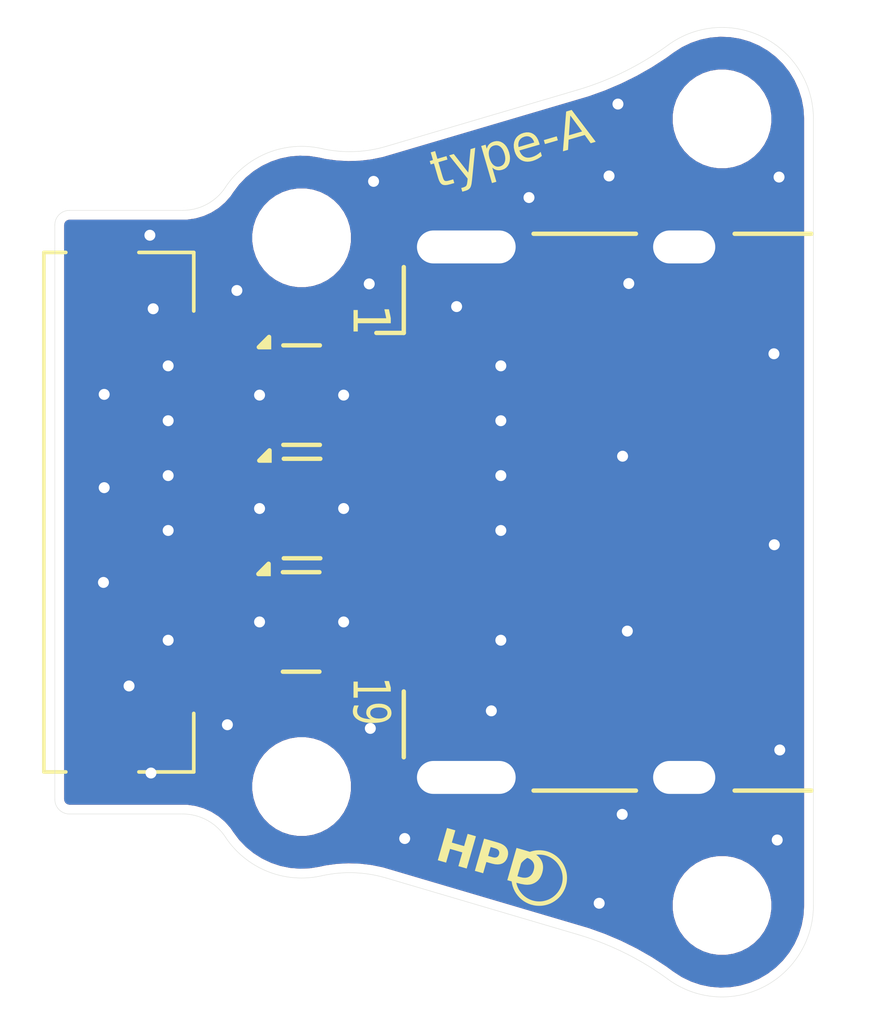
<source format=kicad_pcb>
(kicad_pcb (version 20240225) (generator "pcbnew") (generator_version "8.99")
  (layers (0 "F.Cu" signal) (31 "B.Cu" signal) (34 "B.Paste" user) (35 "F.Paste" user) (36 "B.SilkS" user "B.Silkscreen") (37 "F.SilkS" user "F.Silkscreen") (38 "B.Mask" user) (39 "F.Mask" user) (44 "Edge.Cuts" user))
  (net 0 "")
  (net 1 "TMDS2+")
  (net 2 "TMDS2-")
  (net 3 "TMDS0-")
  (net 4 "TMDSClk-")
  (net 5 "GND")
  (net 6 "+5V")
  (net 7 "TMDSClk+")
  (net 8 "SCL")
  (net 9 "SDA")
  (net 10 "TMDS1-")
  (net 11 "TMDS0+")
  (net 12 "TMDS1+")
  (net 14 "Net-(J1-HPD)")
  (net 15 "CEC")
  (net 16 "UTL")
  (footprint "MountingHole:MountingHole_2.2mm_M2" (layer "F.Cu") (at 181.75 108.75)
    (property "Reference" "REF**" (hide yes))
    (property "Value" "MountingHole_2.2mm_M2" (hide yes))
    (pad "" np_thru_hole circle (at 0 0) (size 2.2 2.2) (drill 2.2) (layers "*.Cu" "*.Mask"))
  )
  (footprint "MountingHole:MountingHole_2.2mm_M2" (layer "F.Cu") (at 170.25 90.5)
    (property "Reference" "REF**" (hide yes))
    (property "Value" "MountingHole_2.2mm_M2" (hide yes))
    (pad "" np_thru_hole circle (at 0 0) (size 2.2 2.2) (drill 2.2) (layers "F&B.Cu" "*.Mask"))
  )
  (footprint "MountingHole:MountingHole_2.2mm_M2" (layer "F.Cu") (at 170.25 105.5)
    (property "Reference" "REF**" (hide yes))
    (property "Value" "MountingHole_2.2mm_M2" (hide yes))
    (pad "" np_thru_hole circle (at 0 0) (size 2.2 2.2) (drill 2.2) (layers "F&B.Cu" "*.Mask"))
  )
  (footprint "Package_DFN_QFN:Diodes_UDFN-10_1.0x2.5mm_P0.5mm" (layer "F.Cu") (at 170.2375 101)
    (property "Reference" "U3" (hide yes))
    (property "Value" "ESD204DQAR-ES" (hide yes))
    (fp_line (start 0.5 -1.36) (end -0.5 -1.36) (stroke (width 0.12)) (layer "F.SilkS"))
    (fp_line (start 0.5 1.36) (end -0.5 1.36) (stroke (width 0.12)) (layer "F.SilkS"))
    (fp_poly (pts (xy -0.89 -1.31) (xy -1.17 -1.31) (xy -0.89 -1.59) (xy -0.89 -1.31)) (stroke (width 0.12)) (fill solid) (layer "F.SilkS"))
    (pad "1" smd roundrect (at -0.3875 -1 270) (size 0.25 0.625) (layers "F.Cu" "F.Paste" "F.Mask") (net 15 "CEC"))
    (pad "2" smd roundrect (at -0.3875 -0.5 270) (size 0.25 0.625) (layers "F.Cu" "F.Paste" "F.Mask") (net 16 "UTL"))
    (pad "3" smd roundrect (at -0.35 0 270) (size 0.45 0.7) (layers "F.Cu" "F.Paste" "F.Mask") (net 5 "GND"))
    (pad "4" smd roundrect (at -0.3875 0.5 270) (size 0.25 0.625) (layers "F.Cu" "F.Paste" "F.Mask") (net 8 "SCL"))
    (pad "5" smd roundrect (at -0.3875 1 270) (size 0.25 0.625) (layers "F.Cu" "F.Paste" "F.Mask") (net 9 "SDA"))
    (pad "6" smd roundrect (at 0.3875 1 270) (size 0.25 0.625) (layers "F.Cu" "F.Paste" "F.Mask") (net 9 "SDA"))
    (pad "7" smd roundrect (at 0.3875 0.5 270) (size 0.25 0.625) (layers "F.Cu" "F.Paste" "F.Mask") (net 8 "SCL"))
    (pad "8" smd roundrect (at 0.4125 0 270) (size 0.45 0.575) (layers "F.Cu" "F.Paste" "F.Mask") (net 5 "GND"))
    (pad "9" smd roundrect (at 0.3875 -0.5 270) (size 0.25 0.625) (layers "F.Cu" "F.Paste" "F.Mask") (net 16 "UTL"))
    (pad "10" smd roundrect (at 0.3875 -1 270) (size 0.25 0.625) (layers "F.Cu" "F.Paste" "F.Mask") (net 15 "CEC"))
  )
  (footprint "MountingHole:MountingHole_2.2mm_M2" (layer "F.Cu") (at 181.75 87.25)
    (property "Reference" "REF**" (hide yes))
    (property "Value" "MountingHole_2.2mm_M2" (hide yes))
    (pad "" np_thru_hole circle (at 0 0) (size 2.2 2.2) (drill 2.2) (layers "F&B.Cu" "*.Mask"))
  )
  (footprint "Package_DFN_QFN:Diodes_UDFN-10_1.0x2.5mm_P0.5mm" (layer "F.Cu") (at 170.2625 97.9)
    (property "Reference" "U2" (hide yes))
    (property "Value" "ESD204DQAR-ES" (hide yes))
    (fp_line (start 0.5 -1.36) (end -0.5 -1.36) (stroke (width 0.12)) (layer "F.SilkS"))
    (fp_line (start 0.5 1.36) (end -0.5 1.36) (stroke (width 0.12)) (layer "F.SilkS"))
    (fp_poly (pts (xy -0.89 -1.31) (xy -1.17 -1.31) (xy -0.89 -1.59) (xy -0.89 -1.31)) (stroke (width 0.12)) (fill solid) (layer "F.SilkS"))
    (pad "1" smd roundrect (at -0.3875 -1 270) (size 0.25 0.625) (layers "F.Cu" "F.Paste" "F.Mask") (net 11 "TMDS0+"))
    (pad "2" smd roundrect (at -0.3875 -0.5 270) (size 0.25 0.625) (layers "F.Cu" "F.Paste" "F.Mask") (net 3 "TMDS0-"))
    (pad "3" smd roundrect (at -0.35 0 270) (size 0.45 0.7) (layers "F.Cu" "F.Paste" "F.Mask") (net 5 "GND"))
    (pad "4" smd roundrect (at -0.3875 0.5 270) (size 0.25 0.625) (layers "F.Cu" "F.Paste" "F.Mask") (net 7 "TMDSClk+"))
    (pad "5" smd roundrect (at -0.3875 1 270) (size 0.25 0.625) (layers "F.Cu" "F.Paste" "F.Mask") (net 4 "TMDSClk-"))
    (pad "6" smd roundrect (at 0.3875 1 270) (size 0.25 0.625) (layers "F.Cu" "F.Paste" "F.Mask") (net 4 "TMDSClk-"))
    (pad "7" smd roundrect (at 0.3875 0.5 270) (size 0.25 0.625) (layers "F.Cu" "F.Paste" "F.Mask") (net 7 "TMDSClk+"))
    (pad "8" smd roundrect (at 0.4125 0 270) (size 0.45 0.575) (layers "F.Cu" "F.Paste" "F.Mask") (net 5 "GND"))
    (pad "9" smd roundrect (at 0.3875 -0.5 270) (size 0.25 0.625) (layers "F.Cu" "F.Paste" "F.Mask") (net 3 "TMDS0-"))
    (pad "10" smd roundrect (at 0.3875 -1 270) (size 0.25 0.625) (layers "F.Cu" "F.Paste" "F.Mask") (net 11 "TMDS0+"))
  )
  (footprint "Package_DFN_QFN:Diodes_UDFN-10_1.0x2.5mm_P0.5mm" (layer "F.Cu") (at 170.25 94.8)
    (property "Reference" "U1" (hide yes))
    (property "Value" "ESD204DQAR-ES" (hide yes))
    (fp_line (start 0.5 -1.36) (end -0.5 -1.36) (stroke (width 0.12)) (layer "F.SilkS"))
    (fp_line (start 0.5 1.36) (end -0.5 1.36) (stroke (width 0.12)) (layer "F.SilkS"))
    (fp_poly (pts (xy -0.89 -1.31) (xy -1.17 -1.31) (xy -0.89 -1.59) (xy -0.89 -1.31)) (stroke (width 0.12)) (fill solid) (layer "F.SilkS"))
    (pad "1" smd roundrect (at -0.3875 -1 270) (size 0.25 0.625) (layers "F.Cu" "F.Paste" "F.Mask") (net 1 "TMDS2+"))
    (pad "2" smd roundrect (at -0.3875 -0.5 270) (size 0.25 0.625) (layers "F.Cu" "F.Paste" "F.Mask") (net 2 "TMDS2-"))
    (pad "3" smd roundrect (at -0.35 0 270) (size 0.45 0.7) (layers "F.Cu" "F.Paste" "F.Mask") (net 5 "GND"))
    (pad "4" smd roundrect (at -0.3875 0.5 270) (size 0.25 0.625) (layers "F.Cu" "F.Paste" "F.Mask") (net 12 "TMDS1+"))
    (pad "5" smd roundrect (at -0.3875 1 270) (size 0.25 0.625) (layers "F.Cu" "F.Paste" "F.Mask") (net 10 "TMDS1-"))
    (pad "6" smd roundrect (at 0.3875 1 270) (size 0.25 0.625) (layers "F.Cu" "F.Paste" "F.Mask") (net 10 "TMDS1-"))
    (pad "7" smd roundrect (at 0.3875 0.5 270) (size 0.25 0.625) (layers "F.Cu" "F.Paste" "F.Mask") (net 12 "TMDS1+"))
    (pad "8" smd roundrect (at 0.4125 0 270) (size 0.45 0.575) (layers "F.Cu" "F.Paste" "F.Mask") (net 5 "GND"))
    (pad "9" smd roundrect (at 0.3875 -0.5 270) (size 0.25 0.625) (layers "F.Cu" "F.Paste" "F.Mask") (net 2 "TMDS2-"))
    (pad "10" smd roundrect (at 0.3875 -1 270) (size 0.25 0.625) (layers "F.Cu" "F.Paste" "F.Mask") (net 1 "TMDS2+"))
  )
  (footprint "Connector_HDMI:HDMI_A_Molex_208658-1001_Horizontal" (layer "F.Cu") (at 177.28 98)
    (property "Reference" "J1" (hide yes))
    (property "Value" "HC-HDMI0019T-1" (hide yes))
    (fp_line (start -4.985 -4.9) (end -4.235 -4.9) (stroke (width 0.12)) (layer "F.SilkS"))
    (fp_line (start -4.235 -4.9) (end -4.235 -6.7) (stroke (width 0.12)) (layer "F.SilkS"))
    (fp_line (start -4.235 6.7) (end -4.235 4.9) (stroke (width 0.12)) (layer "F.SilkS"))
    (fp_line (start -0.685 -7.61) (end 2.115 -7.61) (stroke (width 0.12)) (layer "F.SilkS"))
    (fp_line (start -0.685 7.61) (end 2.115 7.61) (stroke (width 0.12)) (layer "F.SilkS"))
    (fp_line (start 4.815 -7.61) (end 6.915 -7.61) (stroke (width 0.12)) (layer "F.SilkS"))
    (fp_line (start 4.815 7.61) (end 6.915 7.61) (stroke (width 0.12)) (layer "F.SilkS"))
    (pad "1" smd roundrect (at -3.285 -4.5) (size 2.6 0.3) (layers "F.Cu" "F.Paste" "F.Mask") (net 1 "TMDS2+"))
    (pad "2" smd roundrect (at -3.285 -4) (size 2.6 0.3) (layers "F.Cu" "F.Paste" "F.Mask") (net 5 "GND"))
    (pad "3" smd roundrect (at -3.285 -3.5) (size 2.6 0.3) (layers "F.Cu" "F.Paste" "F.Mask") (net 2 "TMDS2-"))
    (pad "4" smd roundrect (at -3.285 -3) (size 2.6 0.3) (layers "F.Cu" "F.Paste" "F.Mask") (net 12 "TMDS1+"))
    (pad "5" smd roundrect (at -3.285 -2.5) (size 2.6 0.3) (layers "F.Cu" "F.Paste" "F.Mask") (net 5 "GND"))
    (pad "6" smd roundrect (at -3.285 -2) (size 2.6 0.3) (layers "F.Cu" "F.Paste" "F.Mask") (net 10 "TMDS1-"))
    (pad "7" smd roundrect (at -3.285 -1.5) (size 2.6 0.3) (layers "F.Cu" "F.Paste" "F.Mask") (net 11 "TMDS0+"))
    (pad "8" smd roundrect (at -3.285 -1) (size 2.6 0.3) (layers "F.Cu" "F.Paste" "F.Mask") (net 5 "GND"))
    (pad "9" smd roundrect (at -3.285 -0.5) (size 2.6 0.3) (layers "F.Cu" "F.Paste" "F.Mask") (net 3 "TMDS0-"))
    (pad "10" smd roundrect (at -3.285 0) (size 2.6 0.3) (layers "F.Cu" "F.Paste" "F.Mask") (net 7 "TMDSClk+"))
    (pad "11" smd roundrect (at -3.285 0.5) (size 2.6 0.3) (layers "F.Cu" "F.Paste" "F.Mask") (net 5 "GND"))
    (pad "12" smd roundrect (at -3.285 1) (size 2.6 0.3) (layers "F.Cu" "F.Paste" "F.Mask") (net 4 "TMDSClk-"))
    (pad "13" smd roundrect (at -3.285 1.5) (size 2.6 0.3) (layers "F.Cu" "F.Paste" "F.Mask") (net 15 "CEC"))
    (pad "14" smd roundrect (at -3.285 2) (size 2.6 0.3) (layers "F.Cu" "F.Paste" "F.Mask") (net 16 "UTL"))
    (pad "15" smd roundrect (at -3.285 2.5) (size 2.6 0.3) (layers "F.Cu" "F.Paste" "F.Mask") (net 8 "SCL"))
    (pad "16" smd roundrect (at -3.285 3) (size 2.6 0.3) (layers "F.Cu" "F.Paste" "F.Mask") (net 9 "SDA"))
    (pad "17" smd roundrect (at -3.285 3.5) (size 2.6 0.3) (layers "F.Cu" "F.Paste" "F.Mask") (net 5 "GND"))
    (pad "18" smd roundrect (at -3.285 4) (size 2.6 0.3) (layers "F.Cu" "F.Paste" "F.Mask") (net 6 "+5V"))
    (pad "19" smd roundrect (at -3.285 4.5) (size 2.6 0.3) (layers "F.Cu" "F.Paste" "F.Mask") (net 14 "Net-(J1-HPD)"))
    (pad "SH" thru_hole oval (at -2.525 -7.25) (size 3.3 1.5) (drill oval 2.7 0.9) (layers "*.Cu" "*.Mask" "F.Paste") (net 5 "GND"))
    (pad "SH" thru_hole oval (at -2.525 7.25) (size 3.3 1.5) (drill oval 2.7 0.9) (layers "*.Cu" "*.Mask" "F.Paste") (net 5 "GND"))
    (pad "SH" thru_hole oval (at 3.435 -7.25) (size 2.3 1.5) (drill oval 1.7 0.9) (layers "*.Cu" "*.Mask" "F.Paste") (net 5 "GND"))
    (pad "SH" thru_hole oval (at 3.435 7.25) (size 2.3 1.5) (drill oval 1.7 0.9) (layers "*.Cu" "*.Mask" "F.Paste") (net 5 "GND"))
  )
  (footprint "SamacSys_Parts:5052781933" (layer "F.Cu") (at 165.35 98 -90)
    (property "Reference" "J2" (hide yes))
    (property "Value" "505278-1933" (hide yes))
    (fp_line (start -7.1 2.15) (end -7.1 1.55) (stroke (width 0.1)) (layer "F.SilkS"))
    (fp_line (start 7.1 2.15) (end -7.1 2.15) (stroke (width 0.1)) (layer "F.SilkS"))
    (fp_line (start 7.1 1.55) (end 7.1 2.15) (stroke (width 0.1)) (layer "F.SilkS"))
    (fp_line (start -7.1 -0.45) (end -7.1 -1.95) (stroke (width 0.1)) (layer "F.SilkS"))
    (fp_line (start -7.1 -1.95) (end -5.5 -1.95) (stroke (width 0.1)) (layer "F.SilkS"))
    (fp_line (start 5.5 -1.95) (end 7.1 -1.95) (stroke (width 0.1)) (layer "F.SilkS"))
    (fp_line (start 7.1 -1.95) (end 7.1 -0.45) (stroke (width 0.1)) (layer "F.SilkS"))
    (pad "1" smd roundrect (at -4.5 -2.15 270) (size 0.3 1) (layers "F.Cu" "F.Paste" "F.Mask") (net 1 "TMDS2+"))
    (pad "2" smd roundrect (at -4 -2.15 270) (size 0.3 1) (layers "F.Cu" "F.Paste" "F.Mask") (net 5 "GND"))
    (pad "3" smd roundrect (at -3.5 -2.15 270) (size 0.3 1) (layers "F.Cu" "F.Paste" "F.Mask") (net 2 "TMDS2-"))
    (pad "4" smd roundrect (at -3 -2.15 270) (size 0.3 1) (layers "F.Cu" "F.Paste" "F.Mask") (net 12 "TMDS1+"))
    (pad "5" smd roundrect (at -2.5 -2.15 270) (size 0.3 1) (layers "F.Cu" "F.Paste" "F.Mask") (net 5 "GND"))
    (pad "6" smd roundrect (at -2 -2.15 270) (size 0.3 1) (layers "F.Cu" "F.Paste" "F.Mask") (net 10 "TMDS1-"))
    (pad "7" smd roundrect (at -1.5 -2.15 270) (size 0.3 1) (layers "F.Cu" "F.Paste" "F.Mask") (net 11 "TMDS0+"))
    (pad "8" smd roundrect (at -1 -2.15 270) (size 0.3 1) (layers "F.Cu" "F.Paste" "F.Mask") (net 5 "GND"))
    (pad "9" smd roundrect (at -0.5 -2.15 270) (size 0.3 1) (layers "F.Cu" "F.Paste" "F.Mask") (net 3 "TMDS0-"))
    (pad "10" smd roundrect (at 0 -2.15 270) (size 0.3 1) (layers "F.Cu" "F.Paste" "F.Mask") (net 7 "TMDSClk+"))
    (pad "11" smd roundrect (at 0.5 -2.15 270) (size 0.3 1) (layers "F.Cu" "F.Paste" "F.Mask") (net 5 "GND"))
    (pad "12" smd roundrect (at 1 -2.15 270) (size 0.3 1) (layers "F.Cu" "F.Paste" "F.Mask") (net 4 "TMDSClk-"))
    (pad "13" smd roundrect (at 1.5 -2.15 270) (size 0.3 1) (layers "F.Cu" "F.Paste" "F.Mask") (net 15 "CEC"))
    (pad "14" smd roundrect (at 2 -2.15 270) (size 0.3 1) (layers "F.Cu" "F.Paste" "F.Mask") (net 16 "UTL"))
    (pad "15" smd roundrect (at 2.5 -2.15 270) (size 0.3 1) (layers "F.Cu" "F.Paste" "F.Mask") (net 8 "SCL"))
    (pad "16" smd roundrect (at 3 -2.15 270) (size 0.3 1) (layers "F.Cu" "F.Paste" "F.Mask") (net 9 "SDA"))
    (pad "17" smd roundrect (at 3.5 -2.15 270) (size 0.3 1) (layers "F.Cu" "F.Paste" "F.Mask") (net 5 "GND"))
    (pad "18" smd roundrect (at 4 -2.15 270) (size 0.3 1) (layers "F.Cu" "F.Paste" "F.Mask") (net 6 "+5V"))
    (pad "19" smd roundrect (at 4.5 -2.15 270) (size 0.3 1) (layers "F.Cu" "F.Paste" "F.Mask"))
    (pad "MP1" smd roundrect (at -6.8 0.55) (size 1.3 2) (layers "F.Cu" "F.Paste" "F.Mask") (net 5 "GND"))
    (pad "MP2" smd roundrect (at 6.8 0.55) (size 1.3 2) (layers "F.Cu" "F.Paste" "F.Mask") (net 5 "GND"))
  )
  (footprint "TestPoint:TestPoint_Pad_D1.0mm" (layer "F.Cu") (at 176.75 108)
    (property "Reference" "HPD1" (hide yes))
    (property "Value" "TestPoint" (hide yes))
    (fp_circle (center 0 0) (end 0 0.7) (stroke (width 0.12)) (fill none) (layer "F.SilkS"))
    (pad "1" smd circle (at 0 0) (size 1 1) (layers "F.Cu" "F.Mask") (net 14 "Net-(J1-HPD)"))
  )
  (gr_arc (start 168.164203 89.121795) (mid 169.315879 88.181074) (end 170.798057 88.060813) (stroke (width 0.01)) (layer "Edge.Cuts"))
  (gr_arc (start 163.5 90.15) (mid 163.617157 89.867157) (end 163.9 89.75) (stroke (width 0.01)) (layer "Edge.Cuts"))
  (gr_arc (start 163.9 106.25) (mid 163.617157 106.132843) (end 163.5 105.85) (stroke (width 0.01)) (layer "Edge.Cuts"))
  (gr_arc (start 172.555013 88.003114) (mid 171.680216 88.144073) (end 170.798057 88.060813) (stroke (width 0.01)) (layer "Edge.Cuts"))
  (gr_line (start 163.9 106.25) (end 166.996156 106.25) (stroke (width 0.01)) (layer "Edge.Cuts"))
  (gr_arc (start 180.271684 85.233919) (mid 179.090426 85.951985) (end 177.803188 86.455976) (stroke (width 0.01)) (layer "Edge.Cuts"))
  (gr_arc (start 180.271684 85.233919) (mid 182.880091 85.020001) (end 184.25 87.25) (stroke (width 0.01)) (layer "Edge.Cuts"))
  (gr_arc (start 166.996156 106.25) (mid 167.659302 106.416997) (end 168.164203 106.878205) (stroke (width 0.01)) (layer "Edge.Cuts"))
  (gr_arc (start 168.164203 89.121795) (mid 167.659285 89.582971) (end 166.996156 89.75) (stroke (width 0.01)) (layer "Edge.Cuts"))
  (gr_arc (start 170.798057 107.939187) (mid 171.680215 107.855945) (end 172.555013 107.996886) (stroke (width 0.01)) (layer "Edge.Cuts"))
  (gr_line (start 172.555013 88.003114) (end 177.803188 86.455976) (stroke (width 0.01)) (layer "Edge.Cuts"))
  (gr_arc (start 177.803188 109.544024) (mid 179.090427 110.048013) (end 180.271684 110.766081) (stroke (width 0.01)) (layer "Edge.Cuts"))
  (gr_arc (start 170.798057 107.939187) (mid 169.315879 107.818926) (end 168.164203 106.878205) (stroke (width 0.01)) (layer "Edge.Cuts"))
  (gr_line (start 163.5 90.15) (end 163.5 105.85) (stroke (width 0.01)) (layer "Edge.Cuts"))
  (gr_line (start 184.25 87.25) (end 184.25 108.75) (stroke (width 0.01)) (layer "Edge.Cuts"))
  (gr_line (start 163.9 89.75) (end 166.996156 89.75) (stroke (width 0.01)) (layer "Edge.Cuts"))
  (gr_line (start 172.555013 107.996886) (end 177.803188 109.544024) (stroke (width 0.01)) (layer "Edge.Cuts"))
  (gr_arc (start 184.25 108.75) (mid 182.880091 110.979999) (end 180.271684 110.766081) (stroke (width 0.01)) (layer "Edge.Cuts"))
  (gr_text "HPD" (at 173.821972 107.629047 -16) (layer "F.SilkS") (effects (font (size 0.9 0.9) (thickness 0.16) (bold yes)) (justify left bottom)))
  (gr_text "type-A" (at 173.98 89.31 16.25) (layer "F.SilkS") (effects (font (size 1 1) (thickness 0.125)) (justify left bottom)))
  (gr_text "19" (at 171.5 102.5 270) (layer "F.SilkS") (effects (font (size 1 0.75)) (justify left bottom)))
  (gr_text "1" (at 171.5 92.3 -90) (layer "F.SilkS") (effects (font (size 1 1)) (justify left bottom)))
  (segment (start 170.6375 93.8) (end 171.054 93.8) (width 0.127) (layer "F.Cu") (net 1))
  (segment (start 171.2 93.946) (end 172.154177 93.946) (width 0.127) (layer "F.Cu") (net 1))
  (segment (start 171.054 93.8) (end 171.2 93.946) (width 0.127) (layer "F.Cu") (net 1))
  (segment (start 169.446 93.8) (end 169.8625 93.8) (width 0.127) (layer "F.Cu") (net 1))
  (segment (start 172.600177 93.5) (end 173.995 93.5) (width 0.127) (layer "F.Cu") (net 1))
  (segment (start 172.154177 93.946) (end 172.600177 93.5) (width 0.127) (layer "F.Cu") (net 1))
  (segment (start 168.323552 93.946) (end 169.3 93.946) (width 0.127) (layer "F.Cu") (net 1))
  (segment (start 169.8625 93.8) (end 170.6375 93.8) (width 0.254) (layer "F.Cu") (net 1))
  (segment (start 169.3 93.946) (end 169.446 93.8) (width 0.127) (layer "F.Cu") (net 1))
  (segment (start 167.5 93.5) (end 167.877552 93.5) (width 0.127) (layer "F.Cu") (net 1))
  (segment (start 167.877552 93.5) (end 168.323552 93.946) (width 0.127) (layer "F.Cu") (net 1))
  (segment (start 168.1 94.5) (end 168.4 94.2) (width 0.127) (layer "F.Cu") (net 2))
  (segment (start 169.8625 94.3) (end 170.6375 94.3) (width 0.254) (layer "F.Cu") (net 2))
  (segment (start 167.5 94.5) (end 168.1 94.5) (width 0.127) (layer "F.Cu") (net 2))
  (segment (start 172.453144 94.5) (end 172.153144 94.2) (width 0.127) (layer "F.Cu") (net 2))
  (segment (start 172.153144 94.2) (end 171.2 94.2) (width 0.127) (layer "F.Cu") (net 2))
  (segment (start 169.3 94.2) (end 169.4 94.3) (width 0.127) (layer "F.Cu") (net 2))
  (segment (start 173.995 94.5) (end 172.453144 94.5) (width 0.127) (layer "F.Cu") (net 2))
  (segment (start 171.1 94.3) (end 170.6375 94.3) (width 0.127) (layer "F.Cu") (net 2))
  (segment (start 169.4 94.3) (end 169.8625 94.3) (width 0.127) (layer "F.Cu") (net 2))
  (segment (start 171.2 94.2) (end 171.1 94.3) (width 0.127) (layer "F.Cu") (net 2))
  (segment (start 168.4 94.2) (end 169.3 94.2) (width 0.127) (layer "F.Cu") (net 2))
  (segment (start 171.16 97.4) (end 170.65 97.4) (width 0.127) (layer "F.Cu") (net 3))
  (segment (start 169.4 97.4) (end 169.875 97.4) (width 0.127) (layer "F.Cu") (net 3))
  (segment (start 171.28 97.28) (end 171.16 97.4) (width 0.127) (layer "F.Cu") (net 3))
  (segment (start 172.48 97.5) (end 172.26 97.28) (width 0.127) (layer "F.Cu") (net 3))
  (segment (start 169.875 97.4) (end 170.65 97.4) (width 0.254) (layer "F.Cu") (net 3))
  (segment (start 173.995 97.5) (end 172.48 97.5) (width 0.127) (layer "F.Cu") (net 3))
  (segment (start 168.4 97.3) (end 169.3 97.3) (width 0.127) (layer "F.Cu") (net 3))
  (segment (start 169.3 97.3) (end 169.4 97.4) (width 0.127) (layer "F.Cu") (net 3))
  (segment (start 168.2 97.5) (end 168.4 97.3) (width 0.127) (layer "F.Cu") (net 3))
  (segment (start 172.26 97.28) (end 171.28 97.28) (width 0.127) (layer "F.Cu") (net 3))
  (segment (start 167.5 97.5) (end 168.2 97.5) (width 0.127) (layer "F.Cu") (net 3))
  (segment (start 169.875 98.9) (end 170.65 98.9) (width 0.254) (layer "F.Cu") (net 4))
  (segment (start 169.3 98.8) (end 169.4 98.9) (width 0.127) (layer "F.Cu") (net 4))
  (segment (start 169.4 98.9) (end 169.875 98.9) (width 0.127) (layer "F.Cu") (net 4))
  (segment (start 171.27 98.76) (end 171.13 98.9) (width 0.127) (layer "F.Cu") (net 4))
  (segment (start 172.54 99) (end 172.3 98.76) (width 0.127) (layer "F.Cu") (net 4))
  (segment (start 168.22 99) (end 168.42 98.8) (width 0.127) (layer "F.Cu") (net 4))
  (segment (start 171.13 98.9) (end 170.65 98.9) (width 0.127) (layer "F.Cu") (net 4))
  (segment (start 172.3 98.76) (end 171.27 98.76) (width 0.127) (layer "F.Cu") (net 4))
  (segment (start 167.5 99) (end 168.22 99) (width 0.127) (layer "F.Cu") (net 4))
  (segment (start 168.42 98.8) (end 169.3 98.8) (width 0.127) (layer "F.Cu") (net 4))
  (segment (start 173.995 99) (end 172.54 99) (width 0.127) (layer "F.Cu") (net 4))
  (segment (start 170.675 97.9) (end 171.4 97.9) (width 0.4064) (layer "F.Cu") (net 5))
  (segment (start 169.9 94.8) (end 170.6625 94.8) (width 0.4064) (layer "F.Cu") (net 5))
  (segment (start 169.8875 101) (end 170.65 101) (width 0.4064) (layer "F.Cu") (net 5))
  (segment (start 170.6625 94.8) (end 171.4 94.8) (width 0.4064) (layer "F.Cu") (net 5))
  (segment (start 173.995 95.5) (end 175.7 95.5) (width 0.3048) (layer "F.Cu") (net 5))
  (segment (start 169.9125 97.9) (end 170.675 97.9) (width 0.4064) (layer "F.Cu") (net 5))
  (segment (start 173.995 97) (end 175.7 97) (width 0.3048) (layer "F.Cu") (net 5))
  (segment (start 173.995 98.5) (end 175.7 98.5) (width 0.3048) (layer "F.Cu") (net 5))
  (segment (start 167.5 94) (end 166.6 94) (width 0.3048) (layer "F.Cu") (net 5))
  (segment (start 169.8875 101) (end 169.1 101) (width 0.4064) (layer "F.Cu") (net 5))
  (segment (start 169.9 94.8) (end 169.1 94.8) (width 0.4064) (layer "F.Cu") (net 5))
  (segment (start 167.5 95.5) (end 166.6 95.5) (width 0.3048) (layer "F.Cu") (net 5))
  (segment (start 173.995 101.5) (end 175.7 101.5) (width 0.3048) (layer "F.Cu") (net 5))
  (segment (start 170.65 101) (end 171.4 101) (width 0.4064) (layer "F.Cu") (net 5))
  (segment (start 167.5 97) (end 166.6 97) (width 0.3048) (layer "F.Cu") (net 5))
  (segment (start 169.9125 97.9) (end 169.1 97.9) (width 0.4064) (layer "F.Cu") (net 5))
  (segment (start 167.5 101.5) (end 166.6 101.5) (width 0.3048) (layer "F.Cu") (net 5))
  (segment (start 167.5 98.5) (end 166.6 98.5) (width 0.3048) (layer "F.Cu") (net 5))
  (segment (start 173.995 94) (end 175.7 94) (width 0.3048) (layer "F.Cu") (net 5))
  (via (at 175.7 101.5) (size 0.45) (drill 0.3) (layers "F.Cu" "B.Cu") (net 5))
  (via (at 174.49 92.38) (size 0.45) (drill 0.3) (layers "F.Cu" "B.Cu") (net 5))
  (via (at 183.17 93.67) (size 0.45) (drill 0.3) (layers "F.Cu" "B.Cu") (net 5))
  (via (at 172.13 103.91) (size 0.45) (drill 0.3) (layers "F.Cu" "B.Cu") (net 5))
  (via (at 179.03 96.47) (size 0.45) (drill 0.3) (layers "F.Cu" "B.Cu") (net 5))
  (via (at 172.218582 88.95775) (size 0.45) (drill 0.3) (layers "F.Cu" "B.Cu") (net 5))
  (via (at 166.6 97) (size 0.45) (drill 0.3) (layers "F.Cu" "B.Cu") (net 5))
  (via (at 166.6 95.5) (size 0.45) (drill 0.3) (layers "F.Cu" "B.Cu") (net 5))
  (via (at 168.48 91.94) (size 0.45) (drill 0.3) (layers "F.Cu" "B.Cu") (net 5))
  (via (at 164.85 97.33) (size 0.45) (drill 0.3) (layers "F.Cu" "B.Cu") (net 5))
  (via (at 175.7 94) (size 0.45) (drill 0.3) (layers "F.Cu" "B.Cu") (net 5))
  (via (at 166.6 98.5) (size 0.45) (drill 0.3) (layers "F.Cu" "B.Cu") (net 5))
  (via (at 173.07 106.92) (size 0.45) (drill 0.3) (layers "F.Cu" "B.Cu") (net 5))
  (via (at 178.903314 86.844415) (size 0.45) (drill 0.3) (layers "F.Cu" "B.Cu") (net 5))
  (via (at 166.19 92.44) (size 0.45) (drill 0.3) (layers "F.Cu" "B.Cu") (net 5))
  (via (at 171.4 97.9) (size 0.45) (drill 0.3) (layers "F.Cu" "B.Cu") (net 5))
  (via (at 166.6 101.5) (size 0.45) (drill 0.3) (layers "F.Cu" "B.Cu") (net 5))
  (via (at 175.7 98.5) (size 0.45) (drill 0.3) (layers "F.Cu" "B.Cu") (net 5))
  (via (at 164.83 99.92) (size 0.45) (drill 0.3) (layers "F.Cu" "B.Cu") (net 5))
  (via (at 179.02 106.26) (size 0.45) (drill 0.3) (layers "F.Cu" "B.Cu") (net 5))
  (via (at 169.1 94.8) (size 0.45) (drill 0.3) (layers "F.Cu" "B.Cu") (net 5))
  (via (at 178.39 108.69) (size 0.45) (drill 0.3) (layers "F.Cu" "B.Cu") (net 5))
  (via (at 179.16 101.25) (size 0.45) (drill 0.3) (layers "F.Cu" "B.Cu") (net 5))
  (via (at 183.33 104.5) (size 0.45) (drill 0.3) (layers "F.Cu" "B.Cu") (net 5))
  (via (at 165.53 102.75) (size 0.45) (drill 0.3) (layers "F.Cu" "B.Cu") (net 5))
  (via (at 166.6 94) (size 0.45) (drill 0.3) (layers "F.Cu" "B.Cu") (net 5))
  (via (at 168.22 103.81) (size 0.45) (drill 0.3) (layers "F.Cu" "B.Cu") (net 5))
  (via (at 176.47 89.4) (size 0.45) (drill 0.3) (layers "F.Cu" "B.Cu") (net 5))
  (via (at 166.13 105.13) (size 0.45) (drill 0.3) (layers "F.Cu" "B.Cu") (net 5))
  (via (at 183.18 98.89) (size 0.45) (drill 0.3) (layers "F.Cu" "B.Cu") (net 5))
  (via (at 179.2 91.75) (size 0.45) (drill 0.3) (layers "F.Cu" "B.Cu") (net 5))
  (via (at 171.4 101) (size 0.45) (drill 0.3) (layers "F.Cu" "B.Cu") (net 5))
  (via (at 169.1 101) (size 0.45) (drill 0.3) (layers "F.Cu" "B.Cu") (net 5))
  (via (at 175.7 97) (size 0.45) (drill 0.3) (layers "F.Cu" "B.Cu") (net 5))
  (via (at 171.4 94.8) (size 0.45) (drill 0.3) (layers "F.Cu" "B.Cu") (net 5))
  (via (at 164.85 94.78) (size 0.45) (drill 0.3) (layers "F.Cu" "B.Cu") (net 5))
  (via (at 183.26 106.96) (size 0.45) (drill 0.3) (layers "F.Cu" "B.Cu") (net 5))
  (via (at 172.1 91.76) (size 0.45) (drill 0.3) (layers "F.Cu" "B.Cu") (net 5))
  (via (at 175.44 103.43) (size 0.45) (drill 0.3) (layers "F.Cu" "B.Cu") (net 5))
  (via (at 175.7 95.5) (size 0.45) (drill 0.3) (layers "F.Cu" "B.Cu") (net 5))
  (via (at 169.1 97.9) (size 0.45) (drill 0.3) (layers "F.Cu" "B.Cu") (net 5))
  (via (at 166.1 90.43) (size 0.45) (drill 0.3) (layers "F.Cu" "B.Cu") (net 5))
  (via (at 178.66 88.81) (size 0.45) (drill 0.3) (layers "F.Cu" "B.Cu") (net 5))
  (via (at 183.31 88.84) (size 0.45) (drill 0.3) (layers "F.Cu" "B.Cu") (net 5))
  (segment (start 172.5 102) (end 173.995 102) (width 0.3048) (layer "F.Cu") (net 6))
  (segment (start 168.05 102) (end 168.75 102.7) (width 0.3048) (layer "F.Cu") (net 6))
  (segment (start 168.75 102.7) (end 171.8 102.7) (width 0.3048) (layer "F.Cu") (net 6))
  (segment (start 171.8 102.7) (end 172.5 102) (width 0.3048) (layer "F.Cu") (net 6))
  (segment (start 167.5 102) (end 168.05 102) (width 0.3048) (layer "F.Cu") (net 6))
  (segment (start 169.875 98.4) (end 170.65 98.4) (width 0.254) (layer "F.Cu") (net 7))
  (segment (start 171.254 98.5) (end 172.29 98.5) (width 0.127) (layer "F.Cu") (net 7))
  (segment (start 171.154 98.4) (end 171.254 98.5) (width 0.127) (layer "F.Cu") (net 7))
  (segment (start 168.42 98.5) (end 167.92 98) (width 0.127) (layer "F.Cu") (net 7))
  (segment (start 172.29 98.5) (end 172.79 98) (width 0.127) (layer "F.Cu") (net 7))
  (segment (start 169.4 98.4) (end 169.3 98.5) (width 0.127) (layer "F.Cu") (net 7))
  (segment (start 169.3 98.5) (end 168.42 98.5) (width 0.127) (layer "F.Cu") (net 7))
  (segment (start 170.65 98.4) (end 171.154 98.4) (width 0.127) (layer "F.Cu") (net 7))
  (segment (start 167.92 98) (end 167.5 98) (width 0.127) (layer "F.Cu") (net 7))
  (segment (start 169.875 98.4) (end 169.4 98.4) (width 0.127) (layer "F.Cu") (net 7))
  (segment (start 172.79 98) (end 173.995 98) (width 0.127) (layer "F.Cu") (net 7))
  (segment (start 171.6 101.5) (end 170.625 101.5) (width 0.127) (layer "F.Cu") (net 8))
  (segment (start 168.2 100.5) (end 168.6365 100.9365) (width 0.127) (layer "F.Cu") (net 8))
  (segment (start 171.9 100.9) (end 171.9 101.2) (width 0.127) (layer "F.Cu") (net 8))
  (segment (start 172.3 100.5) (end 171.9 100.9) (width 0.127) (layer "F.Cu") (net 8))
  (segment (start 168.944512 101.5) (end 169.85 101.5) (width 0.127) (layer "F.Cu") (net 8))
  (segment (start 168.6365 101.191988) (end 168.944512 101.5) (width 0.127) (layer "F.Cu") (net 8))
  (segment (start 168.6365 100.9365) (end 168.6365 101.191988) (width 0.127) (layer "F.Cu") (net 8))
  (segment (start 167.5 100.5) (end 168.2 100.5) (width 0.127) (layer "F.Cu") (net 8))
  (segment (start 169.85 101.5) (end 170.625 101.5) (width 0.254) (layer "F.Cu") (net 8))
  (segment (start 171.9 101.2) (end 171.6 101.5) (width 0.127) (layer "F.Cu") (net 8))
  (segment (start 173.995 100.5) (end 172.3 100.5) (width 0.127) (layer "F.Cu") (net 8))
  (segment (start 172.3 101.3) (end 171.6 102) (width 0.127) (layer "F.Cu") (net 9))
  (segment (start 168.346 101.2) (end 168.346 101.446) (width 0.127) (layer "F.Cu") (net 9))
  (segment (start 168.146 101) (end 168.346 101.2) (width 0.127) (layer "F.Cu") (net 9))
  (segment (start 169.85 102) (end 170.625 102) (width 0.254) (layer "F.Cu") (net 9))
  (segment (start 168.346 101.446) (end 168.9 102) (width 0.127) (layer "F.Cu") (net 9))
  (segment (start 168.9 102) (end 169.85 102) (width 0.127) (layer "F.Cu") (net 9))
  (segment (start 167.5 101) (end 168.146 101) (width 0.127) (layer "F.Cu") (net 9))
  (segment (start 171.6 102) (end 170.625 102) (width 0.127) (layer "F.Cu") (net 9))
  (segment (start 172.3 101.1) (end 172.3 101.3) (width 0.127) (layer "F.Cu") (net 9))
  (segment (start 172.4 101) (end 172.3 101.1) (width 0.127) (layer "F.Cu") (net 9))
  (segment (start 173.995 101) (end 172.4 101) (width 0.127) (layer "F.Cu") (net 9))
  (segment (start 168.1 96) (end 168.4 95.7) (width 0.127) (layer "F.Cu") (net 10))
  (segment (start 169.4 95.8) (end 169.8625 95.8) (width 0.127) (layer "F.Cu") (net 10))
  (segment (start 171.2 95.8) (end 170.6375 95.8) (width 0.127) (layer "F.Cu") (net 10))
  (segment (start 171.3 95.7) (end 171.2 95.8) (width 0.127) (layer "F.Cu") (net 10))
  (segment (start 169.3 95.7) (end 169.4 95.8) (width 0.127) (layer "F.Cu") (net 10))
  (segment (start 167.5 96) (end 168.1 96) (width 0.127) (layer "F.Cu") (net 10))
  (segment (start 168.4 95.7) (end 169.3 95.7) (width 0.127) (layer "F.Cu") (net 10))
  (segment (start 173.995 96) (end 172.56 96) (width 0.127) (layer "F.Cu") (net 10))
  (segment (start 169.8625 95.8) (end 170.6375 95.8) (width 0.254) (layer "F.Cu") (net 10))
  (segment (start 172.26 95.7) (end 171.3 95.7) (width 0.127) (layer "F.Cu") (net 10))
  (segment (start 172.56 96) (end 172.26 95.7) (width 0.127) (layer "F.Cu") (net 10))
  (segment (start 168.3 96.9) (end 168.3 96.7) (width 0.127) (layer "F.Cu") (net 11))
  (segment (start 171.274 97.02) (end 172.24 97.02) (width 0.127) (layer "F.Cu") (net 11))
  (segment (start 169.875 96.9) (end 169.4 96.9) (width 0.127) (layer "F.Cu") (net 11))
  (segment (start 169.3 97) (end 168.4 97) (width 0.127) (layer "F.Cu") (net 11))
  (segment (start 170.65 96.9) (end 171.154 96.9) (width 0.127) (layer "F.Cu") (net 11))
  (segment (start 172.24 97.02) (end 172.76 96.5) (width 0.127) (layer "F.Cu") (net 11))
  (segment (start 168.1 96.5) (end 167.5 96.5) (width 0.127) (layer "F.Cu") (net 11))
  (segment (start 169.4 96.9) (end 169.3 97) (width 0.127) (layer "F.Cu") (net 11))
  (segment (start 168.4 97) (end 168.3 96.9) (width 0.127) (layer "F.Cu") (net 11))
  (segment (start 172.76 96.5) (end 173.995 96.5) (width 0.127) (layer "F.Cu") (net 11))
  (segment (start 169.875 96.9) (end 170.65 96.9) (width 0.254) (layer "F.Cu") (net 11))
  (segment (start 168.3 96.7) (end 168.1 96.5) (width 0.127) (layer "F.Cu") (net 11))
  (segment (start 171.154 96.9) (end 171.274 97.02) (width 0.127) (layer "F.Cu") (net 11))
  (segment (start 168.4 95.4) (end 168.275532 95.275532) (width 0.127) (layer "F.Cu") (net 12))
  (segment (start 169.3 95.4) (end 168.4 95.4) (width 0.127) (layer "F.Cu") (net 12))
  (segment (start 168.275532 95.275532) (end 168.275532 95.145271) (width 0.127) (layer "F.Cu") (net 12))
  (segment (start 171.3 95.446) (end 172.254 95.446) (width 0.127) (layer "F.Cu") (net 12))
  (segment (start 168.130261 95) (end 167.5 95) (width 0.127) (layer "F.Cu") (net 12))
  (segment (start 172.7 95) (end 173.995 95) (width 0.127) (layer "F.Cu") (net 12))
  (segment (start 171.154 95.3) (end 171.3 95.446) (width 0.127) (layer "F.Cu") (net 12))
  (segment (start 169.8625 95.3) (end 170.6375 95.3) (width 0.254) (layer "F.Cu") (net 12))
  (segment (start 170.6375 95.3) (end 171.154 95.3) (width 0.127) (layer "F.Cu") (net 12))
  (segment (start 168.275532 95.145271) (end 168.130261 95) (width 0.127) (layer "F.Cu") (net 12))
  (segment (start 172.254 95.446) (end 172.7 95) (width 0.127) (layer "F.Cu") (net 12))
  (segment (start 169.8625 95.3) (end 169.4 95.3) (width 0.127) (layer "F.Cu") (net 12))
  (segment (start 169.4 95.3) (end 169.3 95.4) (width 0.127) (layer "F.Cu") (net 12))
  (segment (start 177.3 103.8) (end 177.3 106.7) (width 0.3048) (layer "F.Cu") (net 14))
  (segment (start 173.995 102.5) (end 176 102.5) (width 0.3048) (layer "F.Cu") (net 14))
  (segment (start 176 102.5) (end 177.3 103.8) (width 0.3048) (layer "F.Cu") (net 14))
  (segment (start 177.3 106.7) (end 176.75 108) (width 0.3048) (layer "F.Cu") (net 14))
  (segment (start 167.5 99.5) (end 168.5 99.5) (width 0.127) (layer "F.Cu") (net 15))
  (segment (start 169 100) (end 169.85 100) (width 0.127) (layer "F.Cu") (net 15))
  (segment (start 173.995 99.5) (end 172.1 99.5) (width 0.127) (layer "F.Cu") (net 15))
  (segment (start 169.85 100) (end 170.625 100) (width 0.254) (layer "F.Cu") (net 15))
  (segment (start 171.6 100) (end 170.625 100) (width 0.127) (layer "F.Cu") (net 15))
  (segment (start 172.1 99.5) (end 171.6 100) (width 0.127) (layer "F.Cu") (net 15))
  (segment (start 168.5 99.5) (end 169 100) (width 0.127) (layer "F.Cu") (net 15))
  (segment (start 173.995 100) (end 172.2 100) (width 0.127) (layer "F.Cu") (net 16))
  (segment (start 168.94079 100.5) (end 169.85 100.5) (width 0.127) (layer "F.Cu") (net 16))
  (segment (start 171.7 100.5) (end 170.625 100.5) (width 0.127) (layer "F.Cu") (net 16))
  (segment (start 168.44079 100) (end 168.94079 100.5) (width 0.127) (layer "F.Cu") (net 16))
  (segment (start 167.5 100) (end 168.44079 100) (width 0.127) (layer "F.Cu") (net 16))
  (segment (start 169.85 100.5) (end 170.625 100.5) (width 0.254) (layer "F.Cu") (net 16))
  (segment (start 172.2 100) (end 171.7 100.5) (width 0.127) (layer "F.Cu") (net 16))
  (zone (net 5) (net_name "GND") (layers "F&B.Cu") (connect_pads yes (clearance 0.127)) (min_thickness 0.127) (fill yes (thermal_gap 0.5) (thermal_bridge_width 0.5) (smoothing fillet) (radius 0.5))
    (polygon (pts (xy 162 84) (xy 162 112) (xy 185 112) (xy 185 84)))
  )
  (zone (net 0) (net_name "") (layers "F.Cu" "User.2") (connect_pads (clearance 0)) (min_thickness 0.25)
    (keepout (tracks allowed) (vias allowed) (pads allowed) (copperpour not_allowed) (footprints allowed))
    (fill (thermal_gap 0.5) (thermal_bridge_width 0.5))
    (polygon (pts (xy 167.2 93.9) (xy 167.2 102) (xy 173 102) (xy 173 93.9)))
  )
)
</source>
